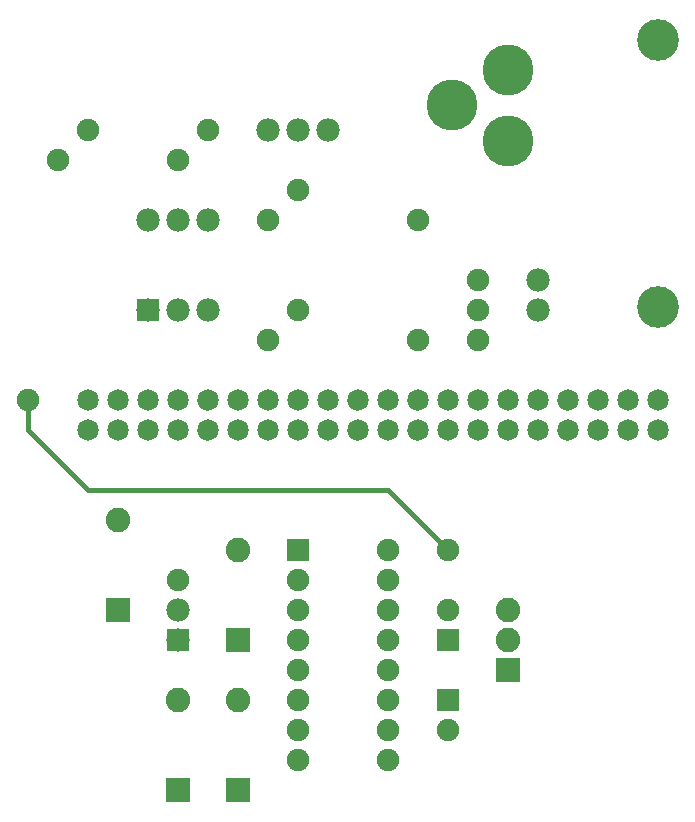
<source format=gtl>
G04 MADE WITH FRITZING*
G04 WWW.FRITZING.ORG*
G04 DOUBLE SIDED*
G04 HOLES PLATED*
G04 CONTOUR ON CENTER OF CONTOUR VECTOR*
%ASAXBY*%
%FSLAX23Y23*%
%MOIN*%
%OFA0B0*%
%SFA1.0B1.0*%
%ADD10C,0.075433*%
%ADD11C,0.170000*%
%ADD12C,0.078000*%
%ADD13C,0.075000*%
%ADD14C,0.071889*%
%ADD15C,0.071917*%
%ADD16C,0.082000*%
%ADD17C,0.138889*%
%ADD18R,0.075000X0.075000*%
%ADD19R,0.082000X0.082000*%
%ADD20R,0.078000X0.078000*%
%ADD21C,0.016000*%
%LNCOPPER1*%
G90*
G70*
G54D10*
X799Y833D03*
G54D11*
X1898Y2297D03*
X1898Y2533D03*
X1713Y2415D03*
X1898Y2297D03*
X1898Y2533D03*
X1713Y2415D03*
G54D12*
X1298Y2333D03*
X1198Y2333D03*
X1098Y2333D03*
X698Y2033D03*
X798Y2033D03*
X898Y2033D03*
G54D13*
X1698Y633D03*
X1698Y733D03*
X1698Y433D03*
X1698Y333D03*
X1798Y1633D03*
X1798Y1733D03*
X1798Y1833D03*
X1598Y1633D03*
X1598Y2033D03*
G54D14*
X498Y1333D03*
X598Y1333D03*
X698Y1333D03*
X798Y1333D03*
G54D15*
X898Y1333D03*
G54D14*
X998Y1333D03*
X1098Y1333D03*
X1198Y1333D03*
X1298Y1333D03*
G54D15*
X1398Y1333D03*
G54D14*
X1498Y1333D03*
G54D15*
X1598Y1333D03*
G54D14*
X1698Y1333D03*
X1798Y1333D03*
X1898Y1333D03*
X1998Y1333D03*
G54D15*
X2098Y1333D03*
G54D14*
X2198Y1333D03*
X2298Y1333D03*
X2398Y1333D03*
X2398Y1433D03*
X2298Y1433D03*
X2198Y1433D03*
G54D15*
X2098Y1433D03*
G54D14*
X1998Y1433D03*
X1898Y1433D03*
X1798Y1433D03*
X1698Y1433D03*
G54D15*
X1598Y1433D03*
G54D14*
X1498Y1433D03*
G54D15*
X1398Y1433D03*
G54D14*
X1298Y1433D03*
X1198Y1433D03*
X1098Y1433D03*
X998Y1433D03*
G54D15*
X898Y1433D03*
G54D14*
X798Y1433D03*
X698Y1433D03*
X598Y1433D03*
X498Y1433D03*
G54D12*
X1998Y1733D03*
X1998Y1833D03*
G54D13*
X1198Y1733D03*
X1198Y2133D03*
X1098Y1633D03*
X1098Y2033D03*
G54D16*
X1898Y533D03*
X1898Y633D03*
X1898Y733D03*
G54D13*
X1198Y933D03*
X1498Y933D03*
X1198Y833D03*
X1498Y833D03*
X1198Y733D03*
X1498Y733D03*
X1198Y633D03*
X1498Y633D03*
X1198Y533D03*
X1498Y533D03*
X1198Y433D03*
X1498Y433D03*
X1198Y333D03*
X1498Y333D03*
X1198Y233D03*
X1498Y233D03*
G54D12*
X798Y633D03*
X798Y733D03*
G54D16*
X598Y733D03*
X598Y1031D03*
X998Y633D03*
X998Y931D03*
X798Y133D03*
X798Y431D03*
X998Y133D03*
X998Y431D03*
G54D17*
X2398Y2633D03*
X2398Y1744D03*
G54D13*
X398Y2233D03*
X798Y2233D03*
X498Y2333D03*
X898Y2333D03*
G54D12*
X698Y1733D03*
X798Y1733D03*
X898Y1733D03*
G54D10*
X1698Y933D03*
X298Y1433D03*
G54D18*
X1698Y633D03*
X1698Y433D03*
G54D19*
X1898Y533D03*
G54D18*
X1198Y933D03*
G54D20*
X798Y633D03*
G54D19*
X598Y732D03*
X998Y632D03*
X798Y132D03*
X998Y132D03*
G54D20*
X698Y1733D03*
G54D21*
X497Y1132D02*
X1498Y1133D01*
D02*
X297Y1332D02*
X497Y1132D01*
D02*
X298Y1410D02*
X297Y1332D01*
D02*
X1498Y1133D02*
X1682Y949D01*
G04 End of Copper1*
M02*
</source>
